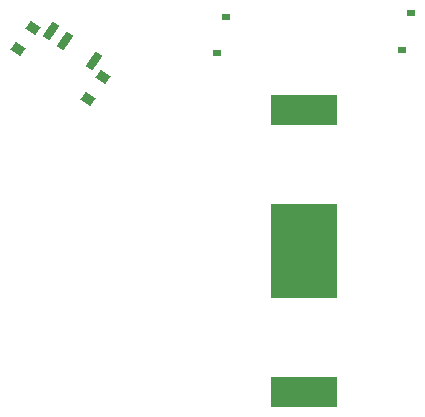
<source format=gbr>
%TF.GenerationSoftware,KiCad,Pcbnew,(6.0.0)*%
%TF.CreationDate,2022-03-29T21:45:28-05:00*%
%TF.ProjectId,Grogu,47726f67-752e-46b6-9963-61645f706362,rev?*%
%TF.SameCoordinates,Original*%
%TF.FileFunction,Paste,Bot*%
%TF.FilePolarity,Positive*%
%FSLAX46Y46*%
G04 Gerber Fmt 4.6, Leading zero omitted, Abs format (unit mm)*
G04 Created by KiCad (PCBNEW (6.0.0)) date 2022-03-29 21:45:28*
%MOMM*%
%LPD*%
G01*
G04 APERTURE LIST*
G04 Aperture macros list*
%AMRotRect*
0 Rectangle, with rotation*
0 The origin of the aperture is its center*
0 $1 length*
0 $2 width*
0 $3 Rotation angle, in degrees counterclockwise*
0 Add horizontal line*
21,1,$1,$2,0,0,$3*%
G04 Aperture macros list end*
%ADD10RotRect,1.000000X0.800000X145.000000*%
%ADD11RotRect,0.700000X1.500000X145.000000*%
%ADD12R,5.560000X2.600000*%
%ADD13R,5.560000X8.000000*%
%ADD14R,0.700000X0.500000*%
G04 APERTURE END LIST*
D10*
%TO.C,SW1*%
X116182110Y-93560859D03*
X122161920Y-97747967D03*
X114914506Y-95371185D03*
X120894316Y-99558293D03*
D11*
X121387931Y-96412512D03*
X118930475Y-94691782D03*
X117701747Y-93831418D03*
%TD*%
D12*
%TO.C,BT1*%
X139175000Y-124380000D03*
X139175000Y-100570000D03*
D13*
X139175000Y-112475000D03*
%TD*%
D14*
%TO.C,D2*%
X132525000Y-92625000D03*
X131775000Y-95725000D03*
%TD*%
%TO.C,D1*%
X147475000Y-95425000D03*
X148225000Y-92325000D03*
%TD*%
M02*

</source>
